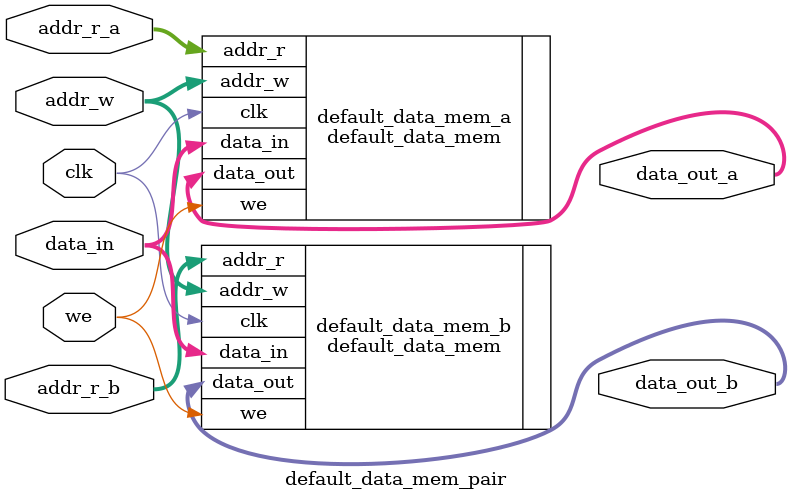
<source format=v>
module default_data_mem_pair
  #(
    parameter DATA_WIDTH=8,
    parameter ADDR_WIDTH=12
    )
  (
   input                     clk,
   input [(ADDR_WIDTH-1):0]  addr_r_a,
   input [(ADDR_WIDTH-1):0]  addr_r_b,
   input [(ADDR_WIDTH-1):0]  addr_w,
   input [(DATA_WIDTH-1):0]  data_in,
   input                     we,
   output [(DATA_WIDTH-1):0] data_out_a,
   output [(DATA_WIDTH-1):0] data_out_b
   );

  default_data_mem
    #(
      .DATA_WIDTH (DATA_WIDTH),
      .ADDR_WIDTH (ADDR_WIDTH)
      )
  default_data_mem_a
    (
     .clk (clk),
     .addr_r (addr_r_a),
     .addr_w (addr_w),
     .data_in (data_in),
     .we (we),
     .data_out (data_out_a)
     );

  default_data_mem
    #(
      .DATA_WIDTH (DATA_WIDTH),
      .ADDR_WIDTH (ADDR_WIDTH)
      )
  default_data_mem_b
    (
     .clk (clk),
     .addr_r (addr_r_b),
     .addr_w (addr_w),
     .data_in (data_in),
     .we (we),
     .data_out (data_out_b)
     );

endmodule

</source>
